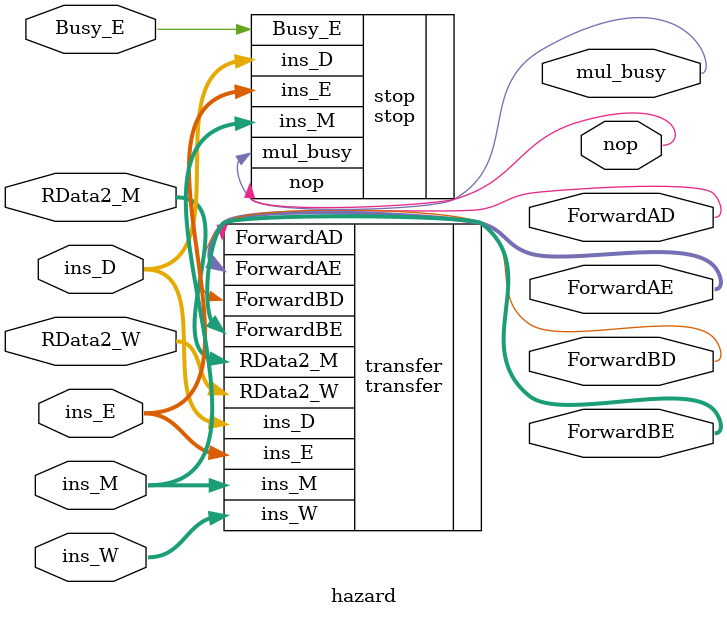
<source format=v>
`timescale 1ns / 1ps
module hazard(
   ins_D,ins_E,ins_M,ins_W,RData2_M,RData2_W,Busy_E,
	ForwardAE,ForwardBE,ForwardAD,ForwardBD,nop,mul_busy
    );
	input[31:0] ins_D,ins_E,ins_M,ins_W,RData2_M,RData2_W;
	input Busy_E;
	output [1:0]  ForwardAE,ForwardBE;
	output ForwardAD,ForwardBD;
	output  nop,mul_busy;
	transfer transfer(.ins_D(ins_D),
							.ins_E(ins_E),
							.ins_M(ins_M),
							.ins_W(ins_W),
							.RData2_M(RData2_M),
							.RData2_W(RData2_W),
							.ForwardAE(ForwardAE),
							.ForwardBE(ForwardBE),
							.ForwardAD(ForwardAD),
							.ForwardBD(ForwardBD)
							);
	stop stop(.ins_D(ins_D),
					.ins_E(ins_E),
					.ins_M(ins_M),
					.Busy_E(Busy_E),
					.nop(nop),
					.mul_busy(mul_busy)
					);
endmodule

</source>
